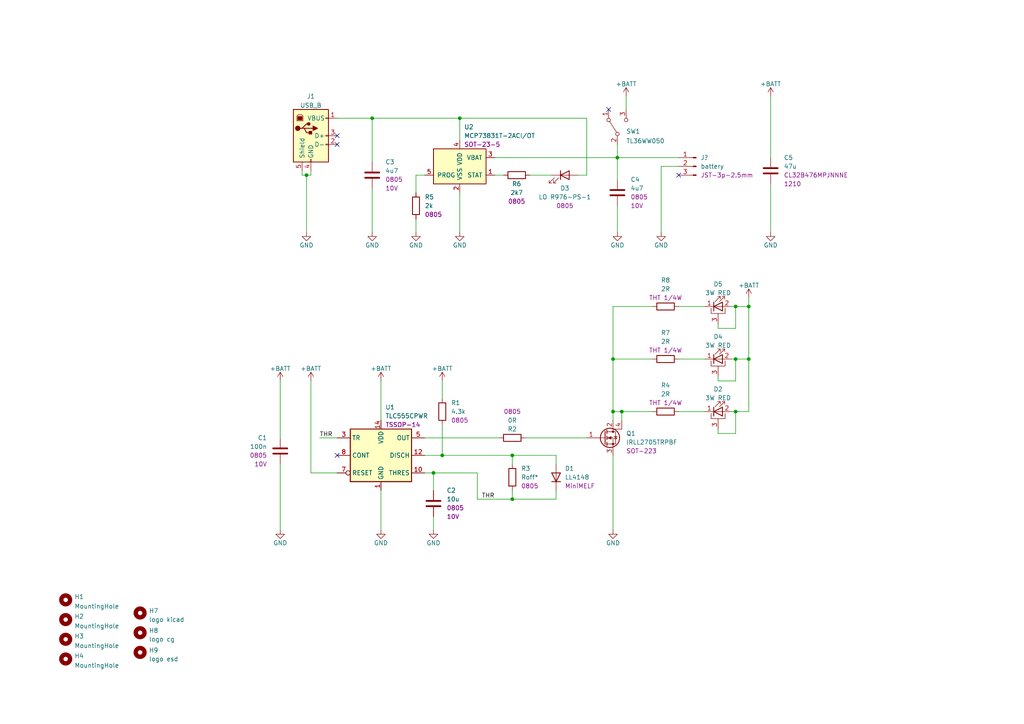
<source format=kicad_sch>
(kicad_sch (version 20230121) (generator eeschema)
  (paper "A4")
  (title_block (title "Italian railway backlights - 1:4 scale") (date "2023-04-15") (rev "REV B0.2") (company "Alessio Spachtholz") (comment 1 "Fast pulse has off time of 750ms, slow pulsing has it of 1400ms") (comment 2 "All pulse configuration have a bright time of 30ms") (comment 3 "For fast pulsing place Roff at 110kΩ otherwise  use 200kΩ resistor"))
  (lib_symbols
    (symbol "Battery_Management:MCP73831-2-OT" (pin_names (offset 1.016))
      (property "Reference" "U" (at -7.62 6.35 0))
      (property "Value" "MCP73831-2-OT" (at 1.27 6.35 0))
      (symbol "MCP73831-2-OT_0_1"
        (rectangle (start -7.62 5.08) (end 7.62 -5.08) (stroke (width 0.254)) (fill (type background)))
      )
      (symbol "MCP73831-2-OT_1_1"
        (pin output line (at 10.16 -2.54 180) (length 2.54) (name "STAT") (number "1"))
        (pin power_in line (at 0 -7.62 90) (length 2.54) (name "VSS") (number "2"))
        (pin power_out line (at 10.16 2.54 180) (length 2.54) (name "VBAT") (number "3"))
        (pin power_in line (at 0 7.62 270) (length 2.54) (name "VDD") (number "4"))
        (pin input line (at -10.16 -2.54 0) (length 2.54) (name "PROG") (number "5"))
      )
    )
    (symbol "Connector:Conn_01x03_Male" (pin_names (offset 1.016) hide)
      (property "Reference" "J" (at 0 5.08 0))
      (property "Value" "Conn_01x03_Male" (at 0 -5.08 0))
      (symbol "Conn_01x03_Male_1_1"
        (polyline (pts (xy 1.27 -2.54) (xy 0.8636 -2.54)) (stroke (width 0.1524)))
        (polyline (pts (xy 1.27 0) (xy 0.8636 0)) (stroke (width 0.1524)))
        (polyline (pts (xy 1.27 2.54) (xy 0.8636 2.54)) (stroke (width 0.1524)))
        (rectangle (start 0.8636 -2.413) (end 0 -2.667) (stroke (width 0.1524)) (fill (type outline)))
        (rectangle (start 0.8636 0.127) (end 0 -0.127) (stroke (width 0.1524)) (fill (type outline)))
        (rectangle (start 0.8636 2.667) (end 0 2.413) (stroke (width 0.1524)) (fill (type outline)))
        (pin passive line (at 5.08 2.54 180) (length 3.81) (name "Pin_1") (number "1"))
        (pin passive line (at 5.08 0 180) (length 3.81) (name "Pin_2") (number "2"))
        (pin passive line (at 5.08 -2.54 180) (length 3.81) (name "Pin_3") (number "3"))
      )
    )
    (symbol "Connector:USB_B" (pin_names (offset 1.016))
      (property "Reference" "J" (at -5.08 11.43 0))
      (property "Value" "USB_B" (at -5.08 8.89 0))
      (symbol "USB_B_0_1"
        (rectangle (start -5.08 -7.62) (end 5.08 7.62) (stroke (width 0.254)) (fill (type background)))
        (circle (center -3.81 2.159) (radius 0.635) (stroke (width 0.254)) (fill (type outline)))
        (rectangle (start -3.81 5.588) (end -2.54 4.572) (fill (type outline)))
        (circle (center -0.635 3.429) (radius 0.381) (stroke (width 0.254)) (fill (type outline)))
        (rectangle (start -0.127 -7.62) (end 0.127 -6.858))
        (polyline (pts (xy -1.905 2.159) (xy 0.635 2.159)) (stroke (width 0.254)))
        (polyline (pts (xy -3.175 2.159) (xy -2.54 2.159) (xy -1.27 3.429) (xy -0.635 3.429)) (stroke (width 0.254)))
        (polyline (pts (xy -2.54 2.159) (xy -1.905 2.159) (xy -1.27 0.889) (xy 0 0.889)) (stroke (width 0.254)))
        (polyline (pts (xy 0.635 2.794) (xy 0.635 1.524) (xy 1.905 2.159) (xy 0.635 2.794)) (stroke (width 0.254)) (fill (type outline)))
        (polyline (pts (xy -4.064 4.318) (xy -2.286 4.318) (xy -2.286 5.715) (xy -2.667 6.096) (xy -3.683 6.096) (xy -4.064 5.715) (xy -4.064 4.318)))
        (rectangle (start 0.254 1.27) (end -0.508 0.508) (stroke (width 0.254)) (fill (type outline)))
        (rectangle (start 5.08 -2.667) (end 4.318 -2.413))
        (rectangle (start 5.08 -0.127) (end 4.318 0.127))
        (rectangle (start 5.08 4.953) (end 4.318 5.207))
      )
      (symbol "USB_B_1_1"
        (pin power_out line (at 7.62 5.08 180) (length 2.54) (name "VBUS") (number "1"))
        (pin bidirectional line (at 7.62 -2.54 180) (length 2.54) (name "D-") (number "2"))
        (pin bidirectional line (at 7.62 0 180) (length 2.54) (name "D+") (number "3"))
        (pin power_out line (at 0 -10.16 90) (length 2.54) (name "GND") (number "4"))
        (pin passive line (at -2.54 -10.16 90) (length 2.54) (name "Shield") (number "5"))
      )
    )
    (symbol "Device:C" (pin_numbers hide) (pin_names (offset 0.254))
      (property "Reference" "C" (at 0.635 2.54 0))
      (property "Value" "C" (at 0.635 -2.54 0))
      (symbol "C_0_1"
        (polyline (pts (xy -2.032 -0.762) (xy 2.032 -0.762)) (stroke (width 0.508)))
        (polyline (pts (xy -2.032 0.762) (xy 2.032 0.762)) (stroke (width 0.508)))
      )
      (symbol "C_1_1"
        (pin passive line (at 0 3.81 270) (length 2.794) (name "~") (number "1"))
        (pin passive line (at 0 -3.81 90) (length 2.794) (name "~") (number "2"))
      )
    )
    (symbol "Device:LED" (pin_numbers hide) (pin_names (offset 1.016) hide)
      (property "Reference" "D" (at 0 2.54 0))
      (property "Value" "LED" (at 0 -2.54 0))
      (symbol "LED_0_1"
        (polyline (pts (xy -1.27 -1.27) (xy -1.27 1.27)) (stroke (width 0.254)))
        (polyline (pts (xy -1.27 0) (xy 1.27 0)))
        (polyline (pts (xy 1.27 -1.27) (xy 1.27 1.27) (xy -1.27 0) (xy 1.27 -1.27)) (stroke (width 0.254)))
        (polyline (pts (xy -3.048 -0.762) (xy -4.572 -2.286) (xy -3.81 -2.286) (xy -4.572 -2.286) (xy -4.572 -1.524)))
        (polyline (pts (xy -1.778 -0.762) (xy -3.302 -2.286) (xy -2.54 -2.286) (xy -3.302 -2.286) (xy -3.302 -1.524)))
      )
      (symbol "LED_1_1"
        (pin passive line (at -3.81 0 0) (length 2.54) (name "K") (number "1"))
        (pin passive line (at 3.81 0 180) (length 2.54) (name "A") (number "2"))
      )
    )
    (symbol "Device:LED_Pad" (pin_names (offset 1.016) hide)
      (property "Reference" "D" (at 0 5.715 0))
      (property "Value" "LED_Pad" (at 0 3.81 0))
      (symbol "LED_Pad_0_1"
        (polyline (pts (xy -1.27 -1.27) (xy -1.27 1.27)) (stroke (width 0.254)))
        (polyline (pts (xy -1.27 0) (xy 1.27 0)))
        (polyline (pts (xy 0 -2.54) (xy 0 -2.032)))
        (polyline (pts (xy -2.032 -0.508) (xy -2.032 -2.032) (xy 2.032 -2.032) (xy 2.032 -0.508)))
        (polyline (pts (xy 1.27 -1.27) (xy 1.27 1.27) (xy -1.27 0) (xy 1.27 -1.27)) (stroke (width 0.254)))
        (polyline (pts (xy -0.889 1.397) (xy 0.635 2.921) (xy -0.127 2.921) (xy 0.635 2.921) (xy 0.635 2.159)))
        (polyline (pts (xy 0.381 1.397) (xy 1.905 2.921) (xy 1.143 2.921) (xy 1.905 2.921) (xy 1.905 2.159)))
      )
      (symbol "LED_Pad_1_1"
        (pin passive line (at -3.81 0 0) (length 2.54) (name "K") (number "1"))
        (pin passive line (at 3.81 0 180) (length 2.54) (name "A") (number "2"))
        (pin passive line (at 0 -5.08 90) (length 2.54) (name "PAD") (number "3"))
      )
    )
    (symbol "Device:Q_NMOS_GDSD" (pin_names (offset 0) hide)
      (property "Reference" "Q" (at 5.08 1.27 0))
      (property "Value" "Q_NMOS_GDSD" (at 5.08 -1.27 0))
      (symbol "Q_NMOS_GDSD_0_1"
        (polyline (pts (xy 0.254 0) (xy -2.54 0)))
        (polyline (pts (xy 0.254 1.905) (xy 0.254 -1.905)) (stroke (width 0.254)))
        (polyline (pts (xy 0.762 -1.27) (xy 0.762 -2.286)) (stroke (width 0.254)))
        (polyline (pts (xy 0.762 0.508) (xy 0.762 -0.508)) (stroke (width 0.254)))
        (polyline (pts (xy 0.762 2.286) (xy 0.762 1.27)) (stroke (width 0.254)))
        (polyline (pts (xy 2.54 -2.54) (xy 2.54 0) (xy 0.762 0)))
        (polyline (pts (xy 5.08 2.54) (xy 2.54 2.54) (xy 2.54 1.778)))
        (polyline (pts (xy 0.762 -1.778) (xy 3.302 -1.778) (xy 3.302 1.778) (xy 0.762 1.778)))
        (polyline (pts (xy 1.016 0) (xy 2.032 0.381) (xy 2.032 -0.381) (xy 1.016 0)) (fill (type outline)))
        (polyline (pts (xy 2.794 0.508) (xy 2.921 0.381) (xy 3.683 0.381) (xy 3.81 0.254)))
        (polyline (pts (xy 3.302 0.381) (xy 2.921 -0.254) (xy 3.683 -0.254) (xy 3.302 0.381)))
        (circle (center 1.651 0) (radius 2.794) (stroke (width 0.254)))
        (circle (center 2.54 -1.778) (radius 0.254) (fill (type outline)))
        (circle (center 2.54 1.778) (radius 0.254) (fill (type outline)))
      )
      (symbol "Q_NMOS_GDSD_1_1"
        (pin input line (at -5.08 0 0) (length 2.54) (name "G") (number "1"))
        (pin passive line (at 2.54 5.08 270) (length 2.54) (name "D") (number "2"))
        (pin passive line (at 2.54 -5.08 90) (length 2.54) (name "S") (number "3"))
        (pin passive line (at 5.08 5.08 270) (length 2.54) (name "D") (number "4"))
      )
    )
    (symbol "Device:R" (pin_numbers hide) (pin_names (offset 0))
      (property "Reference" "R" (at 2.032 0 90))
      (property "Value" "R" (at 0 0 90))
      (symbol "R_0_1"
        (rectangle (start -1.016 -2.54) (end 1.016 2.54) (stroke (width 0.254)))
      )
      (symbol "R_1_1"
        (pin passive line (at 0 3.81 270) (length 1.27) (name "~") (number "1"))
        (pin passive line (at 0 -3.81 90) (length 1.27) (name "~") (number "2"))
      )
    )
    (symbol "Diode:LL4148" (pin_numbers hide) (pin_names (offset 1.016) hide)
      (property "Reference" "D" (at 0 2.54 0))
      (property "Value" "LL4148" (at 0 -2.54 0))
      (symbol "LL4148_0_1"
        (polyline (pts (xy -1.27 1.27) (xy -1.27 -1.27)) (stroke (width 0.254)))
        (polyline (pts (xy 1.27 0) (xy -1.27 0)))
        (polyline (pts (xy 1.27 1.27) (xy 1.27 -1.27) (xy -1.27 0) (xy 1.27 1.27)) (stroke (width 0.254)))
      )
      (symbol "LL4148_1_1"
        (pin passive line (at -3.81 0 0) (length 2.54) (name "K") (number "1"))
        (pin passive line (at 3.81 0 180) (length 2.54) (name "A") (number "2"))
      )
    )
    (symbol "Mechanical:MountingHole" (pin_names (offset 1.016))
      (property "Reference" "H" (at 0 5.08 0))
      (property "Value" "MountingHole" (at 0 3.175 0))
      (symbol "MountingHole_0_1"
        (circle (center 0 0) (radius 1.27) (stroke (width 1.27)))
      )
    )
    (symbol "Switch:SW_SPDT" (pin_names (offset 0) hide)
      (property "Reference" "SW" (at 0 4.318 0))
      (property "Value" "SW_SPDT" (at 0 -5.08 0))
      (symbol "SW_SPDT_0_0"
        (circle (center -2.032 0) (radius 0.508))
        (circle (center 2.032 -2.54) (radius 0.508))
      )
      (symbol "SW_SPDT_0_1"
        (polyline (pts (xy -1.524 0.254) (xy 1.651 2.286)))
        (circle (center 2.032 2.54) (radius 0.508))
      )
      (symbol "SW_SPDT_1_1"
        (pin passive line (at 5.08 2.54 180) (length 2.54) (name "A") (number "1"))
        (pin passive line (at -5.08 0 0) (length 2.54) (name "B") (number "2"))
        (pin passive line (at 5.08 -2.54 180) (length 2.54) (name "C") (number "3"))
      )
    )
    (symbol "Timer:TLC555xPW"
      (property "Reference" "U" (at 2.54 11.43 0))
      (property "Value" "TLC555xPW" (at 2.54 8.89 0))
      (symbol "TLC555xPW_0_0"
        (pin power_in line (at 0 -10.16 90) (length 2.54) (name "GND") (number "1"))
        (pin power_in line (at 0 10.16 270) (length 2.54) (name "VDD") (number "14"))
      )
      (symbol "TLC555xPW_0_1"
        (rectangle (start -8.89 -7.62) (end 8.89 7.62) (stroke (width 0.254)) (fill (type background)))
        (rectangle (start -8.89 -7.62) (end 8.89 7.62) (stroke (width 0.254)) (fill (type background)))
      )
      (symbol "TLC555xPW_1_1"
        (pin input line (at 12.7 -5.08 180) (length 3.81) (name "THRES") (number "10"))
        (pin no_connect line (at 0 0 270) (length 2.54) hide (name "NC") (number "11"))
        (pin input line (at 12.7 0 180) (length 3.81) (name "DISCH") (number "12"))
        (pin no_connect line (at 2.54 0 270) (length 2.54) hide (name "NC") (number "13"))
        (pin no_connect line (at -2.54 5.08 270) (length 2.54) hide (name "NC") (number "2"))
        (pin input line (at -12.7 5.08 0) (length 3.81) (name "TR") (number "3"))
        (pin no_connect line (at 0 5.08 270) (length 2.54) hide (name "NC") (number "4"))
        (pin output line (at 12.7 5.08 180) (length 3.81) (name "OUT") (number "5"))
        (pin no_connect line (at 2.54 5.08 270) (length 2.54) hide (name "NC") (number "6"))
        (pin input inverted (at -12.7 -5.08 0) (length 3.81) (name "RESET") (number "7"))
        (pin input line (at -12.7 0 0) (length 3.81) (name "CONT") (number "8"))
        (pin no_connect line (at -2.54 0 270) (length 2.54) hide (name "NC") (number "9"))
      )
    )
    (symbol "power:+BATT" (power) (pin_names (offset 0))
      (property "Value" "+BATT" (at 0 3.556 0))
      (symbol "+BATT_0_1"
        (polyline (pts (xy -0.762 1.27) (xy 0 2.54)))
        (polyline (pts (xy 0 0) (xy 0 2.54)))
        (polyline (pts (xy 0 2.54) (xy 0.762 1.27)))
      )
      (symbol "+BATT_1_1"
        (pin power_in line (at 0 0 90) (length 0) hide (name "+BATT") (number "1"))
      )
    )
    (symbol "power:GND" (power) (pin_names (offset 0))
      (property "Value" "GND" (at 0 -3.81 0))
      (symbol "GND_0_1"
        (polyline (pts (xy 0 0) (xy 0 -1.27) (xy 1.27 -1.27) (xy 0 -2.54) (xy -1.27 -1.27) (xy 0 -1.27)))
      )
      (symbol "GND_1_1"
        (pin power_in line (at 0 0 270) (length 0) hide (name "GND") (number "1"))
      )
    )
  )
  (junction (at 128.27 132.08))
  (junction (at 213.36 88.9))
  (junction (at 148.59 144.78))
  (junction (at 133.35 34.29))
  (junction (at 217.17 104.14))
  (junction (at 125.73 137.16))
  (junction (at 177.8 104.14))
  (junction (at 148.59 132.08))
  (junction (at 180.34 119.38))
  (junction (at 177.8 119.38))
  (junction (at 88.9 50.8))
  (junction (at 213.36 119.38))
  (junction (at 179.07 45.72))
  (junction (at 217.17 88.9))
  (junction (at 107.95 34.29))
  (junction (at 213.36 104.14))
  (no_connect (at 97.79 39.37))
  (no_connect (at 97.79 41.91))
  (no_connect (at 196.85 50.8))
  (no_connect (at 97.79 132.08))
  (no_connect (at 176.53 31.75))
  (wire (pts (xy 138.43 137.16) (xy 138.43 144.78)))
  (wire (pts (xy 110.49 142.24) (xy 110.49 153.67)))
  (wire (pts (xy 208.28 93.98) (xy 208.28 95.25)))
  (wire (pts (xy 143.51 50.8) (xy 146.05 50.8)))
  (wire (pts (xy 90.17 137.16) (xy 97.79 137.16)))
  (wire (pts (xy 107.95 34.29) (xy 133.35 34.29)))
  (wire (pts (xy 177.8 132.08) (xy 177.8 153.67)))
  (wire (pts (xy 177.8 88.9) (xy 177.8 104.14)))
  (wire (pts (xy 92.71 127) (xy 97.79 127)))
  (wire (pts (xy 208.28 125.73) (xy 213.36 125.73)))
  (wire (pts (xy 212.09 88.9) (xy 213.36 88.9)))
  (wire (pts (xy 208.28 109.22) (xy 208.28 110.49)))
  (wire (pts (xy 213.36 125.73) (xy 213.36 119.38)))
  (wire (pts (xy 138.43 144.78) (xy 148.59 144.78)))
  (wire (pts (xy 179.07 45.72) (xy 196.85 45.72)))
  (wire (pts (xy 153.67 50.8) (xy 160.02 50.8)))
  (wire (pts (xy 196.85 119.38) (xy 204.47 119.38)))
  (wire (pts (xy 107.95 34.29) (xy 107.95 46.99)))
  (wire (pts (xy 170.18 34.29) (xy 133.35 34.29)))
  (wire (pts (xy 125.73 137.16) (xy 138.43 137.16)))
  (wire (pts (xy 128.27 123.19) (xy 128.27 132.08)))
  (wire (pts (xy 223.52 53.34) (xy 223.52 67.31)))
  (wire (pts (xy 133.35 34.29) (xy 133.35 40.64)))
  (wire (pts (xy 148.59 132.08) (xy 148.59 134.62)))
  (wire (pts (xy 148.59 144.78) (xy 161.29 144.78)))
  (wire (pts (xy 125.73 142.24) (xy 125.73 137.16)))
  (wire (pts (xy 107.95 54.61) (xy 107.95 67.31)))
  (wire (pts (xy 217.17 88.9) (xy 217.17 104.14)))
  (wire (pts (xy 217.17 104.14) (xy 217.17 119.38)))
  (wire (pts (xy 189.23 88.9) (xy 177.8 88.9)))
  (wire (pts (xy 120.65 50.8) (xy 123.19 50.8)))
  (wire (pts (xy 223.52 27.94) (xy 223.52 45.72)))
  (wire (pts (xy 128.27 132.08) (xy 148.59 132.08)))
  (wire (pts (xy 161.29 132.08) (xy 161.29 134.62)))
  (wire (pts (xy 179.07 45.72) (xy 179.07 52.07)))
  (wire (pts (xy 189.23 104.14) (xy 177.8 104.14)))
  (wire (pts (xy 128.27 110.49) (xy 128.27 115.57)))
  (wire (pts (xy 217.17 86.36) (xy 217.17 88.9)))
  (wire (pts (xy 90.17 50.8) (xy 88.9 50.8)))
  (wire (pts (xy 208.28 95.25) (xy 213.36 95.25)))
  (wire (pts (xy 123.19 137.16) (xy 125.73 137.16)))
  (wire (pts (xy 177.8 104.14) (xy 177.8 119.38)))
  (wire (pts (xy 170.18 34.29) (xy 170.18 50.8)))
  (wire (pts (xy 120.65 63.5) (xy 120.65 67.31)))
  (wire (pts (xy 123.19 127) (xy 144.78 127)))
  (wire (pts (xy 180.34 121.92) (xy 180.34 119.38)))
  (wire (pts (xy 217.17 119.38) (xy 213.36 119.38)))
  (wire (pts (xy 180.34 119.38) (xy 177.8 119.38)))
  (wire (pts (xy 90.17 49.53) (xy 90.17 50.8)))
  (wire (pts (xy 170.18 50.8) (xy 167.64 50.8)))
  (wire (pts (xy 148.59 132.08) (xy 161.29 132.08)))
  (wire (pts (xy 179.07 59.69) (xy 179.07 67.31)))
  (wire (pts (xy 213.36 95.25) (xy 213.36 88.9)))
  (wire (pts (xy 87.63 50.8) (xy 88.9 50.8)))
  (wire (pts (xy 97.79 34.29) (xy 107.95 34.29)))
  (wire (pts (xy 196.85 104.14) (xy 204.47 104.14)))
  (wire (pts (xy 217.17 88.9) (xy 213.36 88.9)))
  (wire (pts (xy 177.8 119.38) (xy 177.8 121.92)))
  (wire (pts (xy 133.35 55.88) (xy 133.35 67.31)))
  (wire (pts (xy 125.73 149.86) (xy 125.73 153.67)))
  (wire (pts (xy 213.36 110.49) (xy 213.36 104.14)))
  (wire (pts (xy 88.9 50.8) (xy 88.9 67.31)))
  (wire (pts (xy 196.85 88.9) (xy 204.47 88.9)))
  (wire (pts (xy 123.19 132.08) (xy 128.27 132.08)))
  (wire (pts (xy 181.61 27.94) (xy 181.61 31.75)))
  (wire (pts (xy 212.09 104.14) (xy 213.36 104.14)))
  (wire (pts (xy 179.07 41.91) (xy 179.07 45.72)))
  (wire (pts (xy 120.65 55.88) (xy 120.65 50.8)))
  (wire (pts (xy 87.63 49.53) (xy 87.63 50.8)))
  (wire (pts (xy 212.09 119.38) (xy 213.36 119.38)))
  (wire (pts (xy 152.4 127) (xy 170.18 127)))
  (wire (pts (xy 81.28 134.62) (xy 81.28 153.67)))
  (wire (pts (xy 81.28 110.49) (xy 81.28 127)))
  (wire (pts (xy 180.34 119.38) (xy 189.23 119.38)))
  (wire (pts (xy 208.28 110.49) (xy 213.36 110.49)))
  (wire (pts (xy 208.28 124.46) (xy 208.28 125.73)))
  (wire (pts (xy 161.29 142.24) (xy 161.29 144.78)))
  (wire (pts (xy 143.51 45.72) (xy 179.07 45.72)))
  (wire (pts (xy 191.77 48.26) (xy 196.85 48.26)))
  (wire (pts (xy 191.77 48.26) (xy 191.77 67.31)))
  (wire (pts (xy 217.17 104.14) (xy 213.36 104.14)))
  (wire (pts (xy 90.17 137.16) (xy 90.17 110.49)))
  (wire (pts (xy 110.49 110.49) (xy 110.49 121.92)))
  (wire (pts (xy 148.59 142.24) (xy 148.59 144.78)))
  (label "THR" (at 139.7 144.78 0))
  (label "THR" (at 92.71 127 0))
  (symbol (lib_id "Device:LED_Pad") (at 208.28 88.9 0) (unit 1)
    (property "Reference" "D5" (at 208.28 82.4062 0))
    (property "Value" "3W RED" (at 208.28 84.9431 0))
    (property "Footprint" "Alessio Impronte con 3D:LED_1W_3W_R8" (effects hide))
  )
  (symbol (lib_id "Mechanical:MountingHole") (at 19.05 173.99 0) (unit 1)
    (property "Reference" "H1" (at 21.59 173.0815 0) (effects (justify left)))
    (property "Value" "MountingHole" (at 21.59 175.8566 0) (effects (justify left)))
    (property "Footprint" "MountingHole:MountingHole_3.2mm_M3" (effects hide))
  )
  (symbol (lib_id "Mechanical:MountingHole") (at 40.64 183.515 0) (unit 1) (in_bom no)
    (property "Reference" "H8" (at 43.18 182.88 0) (effects (justify left)))
    (property "Value" "logo cg" (at 43.18 185.42 0) (effects (justify left)))
    (property "Footprint" "Alessio Impronte con 3D:LOGO_GC_NIXIE" (effects hide))
  )
  (symbol (lib_id "power:GND") (at 133.35 67.31 0) (unit 1)
    (property "Reference" "#PWR014" (effects hide))
    (property "Value" "GND" (at 133.35 71.12 0))
  )
  (symbol (lib_id "power:+BATT") (at 217.17 86.36 0) (unit 1)
    (property "Reference" "#PWR013" (effects hide))
    (property "Value" "+BATT" (at 217.17 82.7842 0))
  )
  (symbol (lib_id "power:+BATT") (at 90.17 110.49 0) (unit 1)
    (property "Reference" "#PWR03" (effects hide))
    (property "Value" "+BATT" (at 90.17 106.9142 0))
  )
  (symbol (lib_id "Battery_Management:MCP73831-2-OT") (at 133.35 48.26 0) (unit 1)
    (property "Reference" "U2" (at 134.62 36.83 0) (effects (justify left)))
    (property "Value" "MCP73831T-2ACI/OT" (at 134.62 39.37 0) (effects (justify left)))
    (property "Footprint" "Package_TO_SOT_SMD:SOT-23-5" (effects hide))
    (property "Datasheet" "http://ww1.microchip.com/downloads/en/DeviceDoc/20001984g.pdf" (effects hide))
    (property "case" "SOT-23-5" (at 134.62 41.91 0) (effects (justify left)))
  )
  (symbol (lib_id "Device:R") (at 120.65 59.69 0) (unit 1)
    (property "Reference" "R5" (at 123.19 57.15 0) (effects (justify left)))
    (property "Value" "2k" (at 123.19 59.69 0) (effects (justify left)))
    (property "Footprint" "Resistor_SMD:R_0805_2012Metric" (effects hide))
    (property "case" "0805" (at 123.19 62.23 0) (effects (justify left)))
  )
  (symbol (lib_id "Mechanical:MountingHole") (at 19.05 179.705 0) (unit 1)
    (property "Reference" "H2" (at 21.59 178.7965 0) (effects (justify left)))
    (property "Value" "MountingHole" (at 21.59 181.5716 0) (effects (justify left)))
    (property "Footprint" "MountingHole:MountingHole_3.2mm_M3" (effects hide))
  )
  (symbol (lib_id "Timer:TLC555xPW") (at 110.49 132.08 0) (unit 1)
    (property "Reference" "U1" (at 111.76 118.11 0) (effects (justify left)))
    (property "Value" "TLC555CPWR" (at 111.76 120.65 0) (effects (justify left)))
    (property "Footprint" "Package_SO:TSSOP-14_4.4x5mm_P0.65mm" (effects hide))
    (property "Datasheet" "http://www.ti.com/lit/ds/symlink/tlc555.pdf" (effects hide))
    (property "case" "TSSOP-14" (at 111.76 123.19 0) (effects (justify left)))
  )
  (symbol (lib_id "power:+BATT") (at 81.28 110.49 0) (mirror y) (unit 1)
    (property "Reference" "#PWR01" (effects hide))
    (property "Value" "+BATT" (at 81.28 106.9142 0))
  )
  (symbol (lib_id "Device:C") (at 223.52 49.53 0) (unit 1)
    (property "Reference" "C5" (at 227.33 45.72 0) (effects (justify left)))
    (property "Value" "47u" (at 227.33 48.26 0) (effects (justify left)))
    (property "Footprint" "Capacitor_SMD:C_1210_3225Metric" (effects hide))
    (property "supplier" "CL32B476MPJNNNE" (at 227.33 50.8 0) (effects (justify left)))
    (property "case" "1210" (at 229.87 53.34 0))
  )
  (symbol (lib_id "Mechanical:MountingHole") (at 40.64 189.23 0) (unit 1) (in_bom no)
    (property "Reference" "H9" (at 43.18 188.595 0) (effects (justify left)))
    (property "Value" "logo esd" (at 43.18 191.135 0) (effects (justify left)))
    (property "Footprint" "Symbol:ESD-Logo_6.6x6mm_SilkScreen" (effects hide))
  )
  (symbol (lib_id "Device:R") (at 128.27 119.38 0) (unit 1)
    (property "Reference" "R1" (at 130.81 116.84 0) (effects (justify left)))
    (property "Value" "4.3k" (at 130.81 119.38 0) (effects (justify left)))
    (property "Footprint" "Resistor_SMD:R_0805_2012Metric" (effects hide))
    (property "case" "0805" (at 130.81 121.92 0) (effects (justify left)))
  )
  (symbol (lib_id "Device:LED") (at 163.83 50.8 0) (unit 1)
    (property "Reference" "D3" (at 163.83 54.61 0))
    (property "Value" "LO R976-PS-1" (at 163.83 57.15 0))
    (property "Footprint" "LED_SMD:LED_0805_2012Metric" (effects hide))
    (property "case" "0805" (at 163.83 59.69 0))
  )
  (symbol (lib_id "Device:R") (at 148.59 138.43 0) (unit 1)
    (property "Reference" "R3" (at 151.13 135.89 0) (effects (justify left)))
    (property "Value" "Roff*" (at 151.13 138.43 0) (effects (justify left)))
    (property "Footprint" "Resistor_SMD:R_0805_2012Metric" (effects hide))
    (property "case" "0805" (at 151.13 140.97 0) (effects (justify left)))
  )
  (symbol (lib_id "power:GND") (at 179.07 67.31 0) (unit 1)
    (property "Reference" "#PWR016" (effects hide))
    (property "Value" "GND" (at 179.07 71.12 0))
  )
  (symbol (lib_id "Device:C") (at 179.07 55.88 0) (unit 1)
    (property "Reference" "C4" (at 182.88 52.07 0) (effects (justify left)))
    (property "Value" "4u7" (at 182.88 54.61 0) (effects (justify left)))
    (property "Footprint" "Capacitor_SMD:C_0805_2012Metric" (effects hide))
    (property "voltage" "10V" (at 182.88 59.69 0) (effects (justify left)))
    (property "case" "0805" (at 182.88 57.15 0) (effects (justify left)))
  )
  (symbol (lib_id "Device:R") (at 148.59 127 270) (mirror x) (unit 1)
    (property "Reference" "R2" (at 148.59 124.46 90))
    (property "Value" "0R" (at 148.59 121.92 90))
    (property "Footprint" "Resistor_SMD:R_0805_2012Metric" (effects hide))
    (property "case" "0805" (at 148.59 119.38 90))
  )
  (symbol (lib_id "power:+BATT") (at 110.49 110.49 0) (unit 1)
    (property "Reference" "#PWR04" (effects hide))
    (property "Value" "+BATT" (at 110.49 106.9142 0))
  )
  (symbol (lib_id "Device:C") (at 125.73 146.05 0) (unit 1)
    (property "Reference" "C2" (at 129.54 142.24 0) (effects (justify left)))
    (property "Value" "10u" (at 129.54 144.78 0) (effects (justify left)))
    (property "Footprint" "Capacitor_SMD:C_0805_2012Metric" (effects hide))
    (property "voltage" "10V" (at 129.54 149.86 0) (effects (justify left)))
    (property "case" "0805" (at 129.54 147.32 0) (effects (justify left)))
  )
  (symbol (lib_id "power:GND") (at 125.73 153.67 0) (unit 1)
    (property "Reference" "#PWR07" (effects hide))
    (property "Value" "GND" (at 125.73 157.48 0))
  )
  (symbol (lib_id "power:GND") (at 88.9 67.31 0) (unit 1)
    (property "Reference" "#PWR09" (effects hide))
    (property "Value" "GND" (at 88.9 71.12 0))
  )
  (symbol (lib_id "Device:Q_NMOS_GDSD") (at 175.26 127 0) (unit 1)
    (property "Reference" "Q1" (at 181.61 125.73 0) (effects (justify left)))
    (property "Value" "IRLL2705TRPBF" (at 181.61 128.27 0) (effects (justify left)))
    (property "Footprint" "Package_TO_SOT_SMD:SOT-223" (effects hide))
    (property "case" "SOT-223" (at 181.61 130.81 0) (effects (justify left)))
  )
  (symbol (lib_id "power:GND") (at 81.28 153.67 0) (mirror y) (unit 1)
    (property "Reference" "#PWR02" (effects hide))
    (property "Value" "GND" (at 81.28 157.48 0))
  )
  (symbol (lib_id "Device:R") (at 193.04 104.14 270) (unit 1)
    (property "Reference" "R7" (at 193.04 96.52 90))
    (property "Value" "2R" (at 193.04 99.06 90))
    (property "Footprint" "Resistor_THT:R_Axial_DIN0207_L6.3mm_D2.5mm_P7.62mm_Horizontal" (effects hide))
    (property "case" "THT 1/4W" (at 193.04 101.6 90))
  )
  (symbol (lib_id "power:GND") (at 107.95 67.31 0) (unit 1)
    (property "Reference" "#PWR011" (effects hide))
    (property "Value" "GND" (at 107.95 71.12 0))
  )
  (symbol (lib_id "power:+BATT") (at 128.27 110.49 0) (unit 1)
    (property "Reference" "#PWR06" (effects hide))
    (property "Value" "+BATT" (at 128.27 106.9142 0))
  )
  (symbol (lib_id "Switch:SW_SPDT") (at 179.07 36.83 90) (unit 1)
    (property "Reference" "SW1" (at 181.61 38.1 90) (effects (justify right)))
    (property "Value" "TL36WW050" (at 181.61 40.8751 90) (effects (justify right)))
    (property "Footprint" "Alessio Impronte con 3D:TL36WW050" (effects hide))
  )
  (symbol (lib_id "Mechanical:MountingHole") (at 19.05 191.135 0) (unit 1)
    (property "Reference" "H4" (at 21.59 190.2265 0) (effects (justify left)))
    (property "Value" "MountingHole" (at 21.59 193.0016 0) (effects (justify left)))
    (property "Footprint" "MountingHole:MountingHole_3.2mm_M3" (effects hide))
  )
  (symbol (lib_id "power:GND") (at 177.8 153.67 0) (unit 1)
    (property "Reference" "#PWR08" (effects hide))
    (property "Value" "GND" (at 177.8 157.48 0))
  )
  (symbol (lib_id "Diode:LL4148") (at 161.29 138.43 90) (unit 1)
    (property "Reference" "D1" (at 163.83 135.89 90) (effects (justify right)))
    (property "Value" "LL4148" (at 163.83 138.43 90) (effects (justify right)))
    (property "Footprint" "Diode_SMD:D_MiniMELF" (effects hide))
    (property "Datasheet" "http://www.vishay.com/docs/85557/ll4148.pdf" (effects hide))
    (property "case" "MiniMELF" (at 163.83 140.97 90) (effects (justify right)))
  )
  (symbol (lib_id "Connector:USB_B") (at 90.17 39.37 0) (unit 1)
    (property "Reference" "J1" (at 90.17 27.94 0))
    (property "Value" "USB_B" (at 90.17 30.5871 0))
    (property "Footprint" "Alessio Impronte con 3D:USB_Balessio" (effects hide))
    (property "Datasheet" " ~" (effects hide))
  )
  (symbol (lib_id "Device:C") (at 107.95 50.8 0) (unit 1)
    (property "Reference" "C3" (at 111.76 46.99 0) (effects (justify left)))
    (property "Value" "4u7" (at 111.76 49.53 0) (effects (justify left)))
    (property "Footprint" "Capacitor_SMD:C_0805_2012Metric" (effects hide))
    (property "voltage" "10V" (at 111.76 54.61 0) (effects (justify left)))
    (property "case" "0805" (at 111.76 52.07 0) (effects (justify left)))
  )
  (symbol (lib_id "power:+BATT") (at 181.61 27.94 0) (unit 1)
    (property "Reference" "#PWR015" (effects hide))
    (property "Value" "+BATT" (at 181.61 24.3642 0))
  )
  (symbol (lib_id "Device:R") (at 193.04 119.38 270) (unit 1)
    (property "Reference" "R4" (at 193.04 111.76 90))
    (property "Value" "2R" (at 193.04 114.3 90))
    (property "Footprint" "Resistor_THT:R_Axial_DIN0207_L6.3mm_D2.5mm_P7.62mm_Horizontal" (effects hide))
    (property "case" "THT 1/4W" (at 193.04 116.84 90))
  )
  (symbol (lib_id "Device:R") (at 193.04 88.9 270) (unit 1)
    (property "Reference" "R8" (at 193.04 81.28 90))
    (property "Value" "2R" (at 193.04 83.82 90))
    (property "Footprint" "Resistor_THT:R_Axial_DIN0207_L6.3mm_D2.5mm_P7.62mm_Horizontal" (effects hide))
    (property "case" "THT 1/4W" (at 193.04 86.36 90))
  )
  (symbol (lib_id "power:GND") (at 191.77 67.31 0) (unit 1)
    (property "Reference" "#PWR017" (effects hide))
    (property "Value" "GND" (at 191.77 71.12 0))
  )
  (symbol (lib_id "power:GND") (at 120.65 67.31 0) (unit 1)
    (property "Reference" "#PWR012" (effects hide))
    (property "Value" "GND" (at 120.65 71.12 0))
  )
  (symbol (lib_id "Mechanical:MountingHole") (at 40.64 177.8 0) (unit 1) (in_bom no)
    (property "Reference" "H7" (at 43.18 177.165 0) (effects (justify left)))
    (property "Value" "logo kicad" (at 43.18 179.705 0) (effects (justify left)))
    (property "Footprint" "Symbol:KiCad-Logo2_5mm_SilkScreen" (effects hide))
  )
  (symbol (lib_id "Device:LED_Pad") (at 208.28 104.14 0) (unit 1)
    (property "Reference" "D4" (at 208.28 97.6462 0))
    (property "Value" "3W RED" (at 208.28 100.1831 0))
    (property "Footprint" "Alessio Impronte con 3D:LED_1W_3W_R8" (effects hide))
  )
  (symbol (lib_id "Device:LED_Pad") (at 208.28 119.38 0) (unit 1)
    (property "Reference" "D2" (at 208.28 112.8862 0))
    (property "Value" "3W RED" (at 208.28 115.4231 0))
    (property "Footprint" "Alessio Impronte con 3D:LED_1W_3W_R8" (effects hide))
  )
  (symbol (lib_id "power:GND") (at 110.49 153.67 0) (unit 1)
    (property "Reference" "#PWR05" (effects hide))
    (property "Value" "GND" (at 110.49 157.48 0))
  )
  (symbol (lib_id "Device:C") (at 81.28 130.81 0) (mirror y) (unit 1)
    (property "Reference" "C1" (at 77.47 127 0) (effects (justify left)))
    (property "Value" "100n" (at 77.47 129.54 0) (effects (justify left)))
    (property "Footprint" "Capacitor_SMD:C_0805_2012Metric" (effects hide))
    (property "voltage" "10V" (at 77.47 134.62 0) (effects (justify left)))
    (property "case" "0805" (at 77.47 132.08 0) (effects (justify left)))
  )
  (symbol (lib_id "power:GND") (at 223.52 67.31 0) (mirror y) (unit 1)
    (property "Reference" "#PWR018" (effects hide))
    (property "Value" "GND" (at 223.52 71.12 0))
  )
  (symbol (lib_id "power:+BATT") (at 223.52 27.94 0) (unit 1)
    (property "Reference" "#PWR010" (effects hide))
    (property "Value" "+BATT" (at 223.52 24.3642 0))
  )
  (symbol (lib_id "Mechanical:MountingHole") (at 19.05 185.42 0) (unit 1)
    (property "Reference" "H3" (at 21.59 184.5115 0) (effects (justify left)))
    (property "Value" "MountingHole" (at 21.59 187.2866 0) (effects (justify left)))
    (property "Footprint" "MountingHole:MountingHole_3.2mm_M3" (effects hide))
  )
  (symbol (lib_id "Connector:Conn_01x03_Male") (at 201.93 48.26 0) (mirror y) (unit 1)
    (property "Reference" "J?" (at 203.2 45.72 0) (effects (justify right)))
    (property "Value" "battery" (at 203.2 48.26 0) (effects (justify right)))
    (property "Footprint" "Connector_JST:JST_XH_B3B-XH-A_1x03_P2.50mm_Vertical" (effects hide))
    (property "Field4" "JST-3p-2.5mm" (at 203.2 50.8 0) (effects (justify right)))
  )
  (symbol (lib_id "Device:R") (at 149.86 50.8 270) (unit 1)
    (property "Reference" "R6" (at 149.86 53.34 90))
    (property "Value" "2k7" (at 149.86 55.88 90))
    (property "Footprint" "Resistor_SMD:R_0805_2012Metric" (effects hide))
    (property "case" "0805" (at 149.86 58.42 90))
  )
)
</source>
